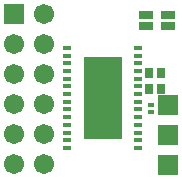
<source format=gbs>
G04 DipTrace Beta 2.3.5.2*
%INMicroOSD.GBS*%
%MOIN*%
%ADD23R,0.0197X0.0138*%
%ADD29R,0.05X0.025*%
%ADD31R,0.0315X0.0118*%
%ADD32R,0.126X0.2756*%
%ADD45C,0.067*%
%ADD51R,0.0316X0.0335*%
%ADD59R,0.067X0.067*%
%FSLAX44Y44*%
G04*
G70*
G90*
G75*
G01*
%LNBotMask*%
%LPD*%
D59*
X5620Y2490D3*
Y1490D3*
Y490D3*
D29*
X4900Y5470D3*
Y5116D3*
D31*
X4620Y1050D3*
Y1306D3*
Y1562D3*
Y1818D3*
Y2074D3*
Y2330D3*
Y2585D3*
Y2841D3*
Y3097D3*
Y3353D3*
Y3609D3*
Y3865D3*
Y4121D3*
Y4377D3*
X2258D3*
Y4121D3*
Y3865D3*
Y3609D3*
Y3353D3*
Y3097D3*
Y2841D3*
Y2585D3*
Y2330D3*
Y2074D3*
Y1818D3*
Y1562D3*
Y1306D3*
Y1050D3*
D32*
X3439Y2713D3*
D51*
X5000Y3550D3*
Y3019D3*
X5394D3*
Y3550D3*
D23*
X5052Y2252D3*
Y2488D3*
D59*
X500Y5500D3*
D45*
X1500D3*
X500Y4500D3*
X1500D3*
X500Y3500D3*
X1500D3*
X500Y2500D3*
X1500D3*
X500Y1500D3*
X1500D3*
X500Y500D3*
X1500D3*
D29*
X5610Y5110D3*
Y5464D3*
M02*

</source>
